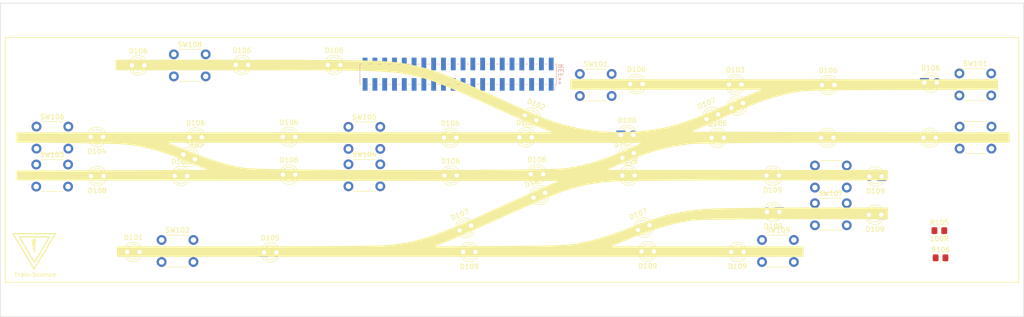
<source format=kicad_pcb>
(kicad_pcb (version 20211014) (generator pcbnew)
  (layers (0 "F.Cu" signal) (31 "B.Cu" signal) (34 "B.Paste" user) (35 "F.Paste" user) (36 "B.SilkS" user "B.Silkscreen") (37 "F.SilkS" user "F.Silkscreen") (38 "B.Mask" user) (39 "F.Mask" user) (44 "Edge.Cuts" user))
  (net 0 "")
  (net 1 "GPIO1")
  (net 2 "Net-(D101-Pad2)")
  (net 3 "GPIO2")
  (net 4 "Net-(D102-Pad2)")
  (net 5 "GPIO3")
  (net 6 "Net-(D103-Pad2)")
  (net 7 "GPIO4")
  (net 8 "Net-(D104-Pad2)")
  (net 9 "GPIO5")
  (net 10 "Net-(D105-Pad2)")
  (net 11 "GPIO6")
  (net 12 "Net-(D106-Pad2)")
  (net 13 "GPIO7")
  (net 14 "Net-(D107-Pad2)")
  (net 15 "GPIO8")
  (net 16 "Net-(D108-Pad2)")
  (net 17 "GPIO9")
  (net 18 "Net-(D109-Pad2)")
  (net 19 "+5V")
  (net 20 "GND")
  (footprint "LED_THT:LED_D3.0mm" (layer "F.Cu") (at 155.725 95.9)
    (fp_text reference "D106" (at 1.27 -2.96) (layer "F.SilkS"))
    (fp_text value "LED")
    (pad "1" thru_hole rect (at 0 0) (size 1.8 1.8) (drill 0.9) (layers *.Cu *.Mask) (net 11 "GPIO6"))
    (pad "2" thru_hole circle (at 2.54 0) (size 1.8 1.8) (drill 0.9) (layers *.Cu *.Mask) (net 12 "Net-(D106-Pad2)"))
  )
  (footprint "LED_THT:LED_D3.0mm" (layer "F.Cu") (at 135 96.4)
    (fp_text reference "D106" (at 1.27 -2.96) (layer "F.SilkS"))
    (fp_text value "LED")
    (pad "1" thru_hole rect (at 0 0) (size 1.8 1.8) (drill 0.9) (layers *.Cu *.Mask) (net 11 "GPIO6"))
    (pad "2" thru_hole circle (at 2.54 0) (size 1.8 1.8) (drill 0.9) (layers *.Cu *.Mask) (net 12 "Net-(D106-Pad2)"))
  )
  (footprint "LED_THT:LED_D3.0mm" (layer "F.Cu") (at 119.7 104.2)
    (fp_text reference "D106" (at 1.27 -2.96) (layer "F.SilkS"))
    (fp_text value "LED")
    (pad "1" thru_hole rect (at 0 0) (size 1.8 1.8) (drill 0.9) (layers *.Cu *.Mask) (net 11 "GPIO6"))
    (pad "2" thru_hole circle (at 2.54 0) (size 1.8 1.8) (drill 0.9) (layers *.Cu *.Mask) (net 12 "Net-(D106-Pad2)"))
  )
  (footprint "Button_Switch_THT:SW_PUSH_6mm_H4.3mm" (layer "F.Cu") (at 224.9 94.2)
    (fp_text reference "SW101" hide)
    (fp_text value "SW_SPST")
    (pad "1" thru_hole circle (at 6.5 0 90) (size 2 2) (drill 1.1) (layers *.Cu *.Mask) (net 20 "GND"))
    (pad "1" thru_hole circle (at 0 0 90) (size 2 2) (drill 1.1) (layers *.Cu *.Mask) (net 20 "GND"))
    (pad "2" thru_hole circle (at 0 4.5 90) (size 2 2) (drill 1.1) (layers *.Cu *.Mask) (net 1 "GPIO1"))
    (pad "2" thru_hole circle (at 6.5 4.5 90) (size 2 2) (drill 1.1) (layers *.Cu *.Mask) (net 1 "GPIO1"))
  )
  (footprint "LED_THT:LED_D3.0mm" (layer "F.Cu") (at 137.9 108.7 22.5)
    (fp_text reference "D107" (at 1.27 -2.96 22.5) (layer "F.SilkS"))
    (fp_text value "LED")
    (pad "1" thru_hole rect (at 0 0 22.5) (size 1.8 1.8) (drill 0.9) (layers *.Cu *.Mask) (net 13 "GPIO7"))
    (pad "2" thru_hole circle (at 2.54 0 22.5) (size 1.8 1.8) (drill 0.9) (layers *.Cu *.Mask) (net 14 "Net-(D107-Pad2)"))
  )
  (footprint "Button_Switch_THT:SW_PUSH_6mm_H4.3mm" (layer "F.Cu") (at 195.35 109.85)
    (fp_text reference "SW107" (at 3.25 -2) (layer "F.SilkS"))
    (fp_text value "SW_SPST")
    (pad "1" thru_hole circle (at 0 0 90) (size 2 2) (drill 1.1) (layers *.Cu *.Mask) (net 20 "GND"))
    (pad "1" thru_hole circle (at 6.5 0 90) (size 2 2) (drill 1.1) (layers *.Cu *.Mask) (net 20 "GND"))
    (pad "2" thru_hole circle (at 6.5 4.5 90) (size 2 2) (drill 1.1) (layers *.Cu *.Mask) (net 13 "GPIO7"))
    (pad "2" thru_hole circle (at 0 4.5 90) (size 2 2) (drill 1.1) (layers *.Cu *.Mask) (net 13 "GPIO7"))
  )
  (footprint "Button_Switch_THT:SW_PUSH_6mm_H4.3mm" (layer "F.Cu") (at 100.1 101.9)
    (fp_text reference "SW104" (at 3.25 -2) (layer "F.SilkS"))
    (fp_text value "SW_SPST")
    (pad "1" thru_hole circle (at 6.5 0 90) (size 2 2) (drill 1.1) (layers *.Cu *.Mask) (net 20 "GND"))
    (pad "1" thru_hole circle (at 0 0 90) (size 2 2) (drill 1.1) (layers *.Cu *.Mask) (net 20 "GND"))
    (pad "2" thru_hole circle (at 6.5 4.5 90) (size 2 2) (drill 1.1) (layers *.Cu *.Mask) (net 7 "GPIO4"))
    (pad "2" thru_hole circle (at 0 4.5 90) (size 2 2) (drill 1.1) (layers *.Cu *.Mask) (net 7 "GPIO4"))
  )
  (footprint "LED_THT:LED_D3.0mm" (layer "F.Cu") (at 196.8 85.7)
    (fp_text reference "D106" (at 1.27 -2.96) (layer "F.SilkS"))
    (fp_text value "LED")
    (pad "1" thru_hole rect (at 0 0) (size 1.8 1.8) (drill 0.9) (layers *.Cu *.Mask) (net 11 "GPIO6"))
    (pad "2" thru_hole circle (at 2.54 0) (size 1.8 1.8) (drill 0.9) (layers *.Cu *.Mask) (net 12 "Net-(D106-Pad2)"))
  )
  (footprint "Resistor_SMD:R_0805_2012Metric_Pad1.20x1.40mm_HandSolder" (layer "F.Cu") (at 220.755 115.45)
    (fp_text reference "R105" (at 0 -1.65) (layer "F.SilkS"))
    (fp_text value "100R" (at 0 1.65) (layer "F.SilkS"))
    (pad "1" smd roundrect (at -1 0) (size 1.2 1.4) (layers "F.Cu" "F.Paste" "F.Mask") (roundrect_rratio 0.208333) (net 19 "+5V"))
    (pad "2" smd roundrect (at 1 0) (size 1.2 1.4) (layers "F.Cu" "F.Paste" "F.Mask") (roundrect_rratio 0.208333) (net 10 "Net-(D105-Pad2)"))
  )
  (footprint "LED_THT:LED_D3.0mm" (layer "F.Cu") (at 119.6 96.5)
    (fp_text reference "D106" (at 1.27 -2.96) (layer "F.SilkS"))
    (fp_text value "LED")
    (pad "1" thru_hole rect (at 0 0) (size 1.8 1.8) (drill 0.9) (layers *.Cu *.Mask) (net 11 "GPIO6"))
    (pad "2" thru_hole circle (at 2.54 0) (size 1.8 1.8) (drill 0.9) (layers *.Cu *.Mask) (net 12 "Net-(D106-Pad2)"))
  )
  (footprint "LED_THT:LED_D3.0mm" (layer "F.Cu") (at 157.625 85.5)
    (fp_text reference "D106" (at 1.27 -2.96) (layer "F.SilkS"))
    (fp_text value "LED")
    (pad "1" thru_hole rect (at 0 0) (size 1.8 1.8) (drill 0.9) (layers *.Cu *.Mask) (net 11 "GPIO6"))
    (pad "2" thru_hole circle (at 2.54 0) (size 1.8 1.8) (drill 0.9) (layers *.Cu *.Mask) (net 12 "Net-(D106-Pad2)"))
  )
  (footprint "LED_THT:LED_D3.0mm" (layer "F.Cu") (at 64.625 104.3)
    (fp_text reference "D106" (at 1.27 -2.96) (layer "F.SilkS"))
    (fp_text value "LED")
    (pad "1" thru_hole rect (at 0 0) (size 1.8 1.8) (drill 0.9) (layers *.Cu *.Mask) (net 11 "GPIO6"))
    (pad "2" thru_hole circle (at 2.54 0) (size 1.8 1.8) (drill 0.9) (layers *.Cu *.Mask) (net 12 "Net-(D106-Pad2)"))
  )
  (footprint "LED_THT:LED_D3.0mm" (layer "F.Cu") (at 217.5 96.5)
    (fp_text reference "D106" hide)
    (fp_text value "LED")
    (pad "1" thru_hole rect (at 0 0) (size 1.8 1.8) (drill 0.9) (layers *.Cu *.Mask) (net 11 "GPIO6"))
    (pad "2" thru_hole circle (at 2.54 0) (size 1.8 1.8) (drill 0.9) (layers *.Cu *.Mask) (net 12 "Net-(D106-Pad2)"))
  )
  (footprint "LED_THT:LED_D3.0mm" (layer "F.Cu") (at 95.9 81.6)
    (fp_text reference "D106" (at 1.27 -2.96) (layer "F.SilkS"))
    (fp_text value "LED")
    (pad "1" thru_hole rect (at 0 0) (size 1.8 1.8) (drill 0.9) (layers *.Cu *.Mask) (net 11 "GPIO6"))
    (pad "2" thru_hole circle (at 2.54 0) (size 1.8 1.8) (drill 0.9) (layers *.Cu *.Mask) (net 12 "Net-(D106-Pad2)"))
  )
  (footprint "LED_THT:LED_D3.0mm" (layer "F.Cu") (at 66.4 99.9 -22.5)
    (fp_text reference "D107" (at 1.27 -2.96 157.5) (layer "F.SilkS"))
    (fp_text value "LED")
    (pad "1" thru_hole rect (at 0 0 337.5) (size 1.8 1.8) (drill 0.9) (layers *.Cu *.Mask) (net 13 "GPIO7"))
    (pad "2" thru_hole circle (at 2.54 0 337.5) (size 1.8 1.8) (drill 0.9) (layers *.Cu *.Mask) (net 14 "Net-(D107-Pad2)"))
  )
  (footprint "Button_Switch_THT:SW_PUSH_6mm_H4.3mm" (layer "F.Cu") (at 147.35 83.45)
    (fp_text reference "SW101" (at 3.25 -2) (layer "F.SilkS"))
    (fp_text value "SW_SPST")
    (pad "1" thru_hole circle (at 0 0 90) (size 2 2) (drill 1.1) (layers *.Cu *.Mask) (net 20 "GND"))
    (pad "1" thru_hole circle (at 6.5 0 90) (size 2 2) (drill 1.1) (layers *.Cu *.Mask) (net 20 "GND"))
    (pad "2" thru_hole circle (at 0 4.5 90) (size 2 2) (drill 1.1) (layers *.Cu *.Mask) (net 1 "GPIO1"))
    (pad "2" thru_hole circle (at 6.5 4.5 90) (size 2 2) (drill 1.1) (layers *.Cu *.Mask) (net 1 "GPIO1"))
  )
  (footprint "LED_THT:LED_D3.0mm" (layer "F.Cu") (at 50 96.3 180)
    (fp_text reference "D104" (at 1.27 -2.96) (layer "F.SilkS"))
    (fp_text value "LED")
    (pad "1" thru_hole rect (at 0 0 180) (size 1.8 1.8) (drill 0.9) (layers *.Cu *.Mask) (net 7 "GPIO4"))
    (pad "2" thru_hole circle (at 2.54 0 180) (size 1.8 1.8) (drill 0.9) (layers *.Cu *.Mask) (net 8 "Net-(D104-Pad2)"))
  )
  (footprint "Button_Switch_THT:SW_PUSH_6mm_H4.3mm" (layer "F.Cu") (at 184.55 117.35)
    (fp_text reference "SW109" (at 3.25 -2) (layer "F.SilkS"))
    (fp_text value "SW_SPST")
    (pad "1" thru_hole circle (at 6.5 0 90) (size 2 2) (drill 1.1) (layers *.Cu *.Mask) (net 20 "GND"))
    (pad "1" thru_hole circle (at 0 0 90) (size 2 2) (drill 1.1) (layers *.Cu *.Mask) (net 20 "GND"))
    (pad "2" thru_hole circle (at 6.5 4.5 90) (size 2 2) (drill 1.1) (layers *.Cu *.Mask) (net 17 "GPIO9"))
    (pad "2" thru_hole circle (at 0 4.5 90) (size 2 2) (drill 1.1) (layers *.Cu *.Mask) (net 17 "GPIO9"))
  )
  (footprint "LED_THT:LED_D3.0mm" (layer "F.Cu") (at 156.025 104.2)
    (fp_text reference "D106" (at 1.27 -2.96) (layer "F.SilkS"))
    (fp_text value "LED")
    (pad "1" thru_hole rect (at 0 0) (size 1.8 1.8) (drill 0.9) (layers *.Cu *.Mask) (net 11 "GPIO6"))
    (pad "2" thru_hole circle (at 2.54 0) (size 1.8 1.8) (drill 0.9) (layers *.Cu *.Mask) (net 12 "Net-(D106-Pad2)"))
  )
  (footprint "LED_THT:LED_D3.0mm" (layer "F.Cu") (at 188 104.2 180)
    (fp_text reference "D109" (at 1.27 -2.96) (layer "F.SilkS"))
    (fp_text value "LED")
    (pad "1" thru_hole rect (at 0 0 180) (size 1.8 1.8) (drill 0.9) (layers *.Cu *.Mask) (net 17 "GPIO9"))
    (pad "2" thru_hole circle (at 2.54 0 180) (size 1.8 1.8) (drill 0.9) (layers *.Cu *.Mask) (net 18 "Net-(D109-Pad2)"))
  )
  (footprint "LED_THT:LED_D3.0mm" (layer "F.Cu") (at 208.9 112.2 180)
    (fp_text reference "D109" (at 1.27 -2.96) (layer "F.SilkS"))
    (fp_text value "LED")
    (pad "1" thru_hole rect (at 0 0 180) (size 1.8 1.8) (drill 0.9) (layers *.Cu *.Mask) (net 17 "GPIO9"))
    (pad "2" thru_hole circle (at 2.54 0 180) (size 1.8 1.8) (drill 0.9) (layers *.Cu *.Mask) (net 18 "Net-(D109-Pad2)"))
  )
  (footprint "LED_THT:LED_D3.0mm" (layer "F.Cu") (at 122.8 115.4 22.5)
    (fp_text reference "D107" (at 1.27 -2.96 22.5) (layer "F.SilkS"))
    (fp_text value "LED")
    (pad "1" thru_hole rect (at 0 0 22.5) (size 1.8 1.8) (drill 0.9) (layers *.Cu *.Mask) (net 13 "GPIO7"))
    (pad "2" thru_hole circle (at 2.54 0 22.5) (size 1.8 1.8) (drill 0.9) (layers *.Cu *.Mask) (net 14 "Net-(D107-Pad2)"))
  )
  (footprint "LED_THT:LED_D3.0mm" (layer "F.Cu") (at 209 104.4 180)
    (fp_text reference "D109" (at 1.27 -2.96) (layer "F.SilkS"))
    (fp_text value "LED")
    (pad "1" thru_hole rect (at 0 0 180) (size 1.8 1.8) (drill 0.9) (layers *.Cu *.Mask) (net 17 "GPIO9"))
    (pad "2" thru_hole circle (at 2.54 0 180) (size 1.8 1.8) (drill 0.9) (layers *.Cu *.Mask) (net 18 "Net-(D109-Pad2)"))
  )
  (footprint "LED_THT:LED_D3.0mm" (layer "F.Cu") (at 174.225 96.5)
    (fp_text reference "D106" (at 1.27 -2.96) (layer "F.SilkS"))
    (fp_text value "LED")
    (pad "1" thru_hole rect (at 0 0) (size 1.8 1.8) (drill 0.9) (layers *.Cu *.Mask) (net 11 "GPIO6"))
    (pad "2" thru_hole circle (at 2.54 0) (size 1.8 1.8) (drill 0.9) (layers *.Cu *.Mask) (net 12 "Net-(D106-Pad2)"))
  )
  (footprint "Button_Switch_THT:SW_PUSH_6mm_H4.3mm" (layer "F.Cu") (at 64.45 79.45)
    (fp_text reference "SW108" (at 3.25 -2) (layer "F.SilkS"))
    (fp_text value "SW_SPST")
    (pad "1" thru_hole circle (at 0 0 90) (size 2 2) (drill 1.1) (layers *.Cu *.Mask) (net 20 "GND"))
    (pad "1" thru_hole circle (at 6.5 0 90) (size 2 2) (drill 1.1) (layers *.Cu *.Mask) (net 20 "GND"))
    (pad "2" thru_hole circle (at 0 4.5 90) (size 2 2) (drill 1.1) (layers *.Cu *.Mask) (net 15 "GPIO8"))
    (pad "2" thru_hole circle (at 6.5 4.5 90) (size 2 2) (drill 1.1) (layers *.Cu *.Mask) (net 15 "GPIO8"))
  )
  (footprint "Button_Switch_THT:SW_PUSH_6mm_H4.3mm" (layer "F.Cu") (at 195.35 102.15)
    (fp_text reference "SW101" hide)
    (fp_text value "SW_SPST")
    (pad "1" thru_hole circle (at 6.5 0 90) (size 2 2) (drill 1.1) (layers *.Cu *.Mask) (net 20 "GND"))
    (pad "1" thru_hole circle (at 0 0 90) (size 2 2) (drill 1.1) (layers *.Cu *.Mask) (net 20 "GND"))
    (pad "2" thru_hole circle (at 6.5 4.5 90) (size 2 2) (drill 1.1) (layers *.Cu *.Mask) (net 1 "GPIO1"))
    (pad "2" thru_hole circle (at 0 4.5 90) (size 2 2) (drill 1.1) (layers *.Cu *.Mask) (net 1 "GPIO1"))
  )
  (footprint "LED_THT:LED_D3.0mm" (layer "F.Cu") (at 82.86 119.9)
    (fp_text reference "D105" (at 1.27 -2.96) (layer "F.SilkS"))
    (fp_text value "LED")
    (pad "1" thru_hole rect (at 0 0) (size 1.8 1.8) (drill 0.9) (layers *.Cu *.Mask) (net 9 "GPIO5"))
    (pad "2" thru_hole circle (at 2.54 0) (size 1.8 1.8) (drill 0.9) (layers *.Cu *.Mask) (net 10 "Net-(D105-Pad2)"))
  )
  (footprint "LED_THT:LED_D3.0mm" (layer "F.Cu") (at 178.322054 90.387922 22.5)
    (fp_text reference "D107" (at 1.385819 0.574025 22.5) (layer "F.SilkS"))
    (fp_text value "LED")
    (pad "1" thru_hole rect (at 0 0 22.5) (size 1.8 1.8) (drill 0.9) (layers *.Cu *.Mask) (net 13 "GPIO7"))
    (pad "2" thru_hole circle (at 2.54 0 22.5) (size 1.8 1.8) (drill 0.9) (layers *.Cu *.Mask) (net 14 "Net-(D107-Pad2)"))
  )
  (footprint "LED_THT:LED_D3.0mm" (layer "F.Cu") (at 86.7 104)
    (fp_text reference "D106" (at 1.27 -2.96) (layer "F.SilkS"))
    (fp_text value "LED")
    (pad "1" thru_hole rect (at 0 0) (size 1.8 1.8) (drill 0.9) (layers *.Cu *.Mask) (net 11 "GPIO6"))
    (pad "2" thru_hole circle (at 2.54 0) (size 1.8 1.8) (drill 0.9) (layers *.Cu *.Mask) (net 12 "Net-(D106-Pad2)"))
  )
  (footprint "Button_Switch_THT:SW_PUSH_6mm_H4.3mm" (layer "F.Cu") (at 224.85 83.35)
    (fp_text reference "SW101" (at 3.25 -2) (layer "F.SilkS"))
    (fp_text value "SW_SPST")
    (pad "1" thru_hole circle (at 6.5 0 90) (size 2 2) (drill 1.1) (layers *.Cu *.Mask) (net 20 "GND"))
    (pad "1" thru_hole circle (at 0 0 90) (size 2 2) (drill 1.1) (layers *.Cu *.Mask) (net 20 "GND"))
    (pad "2" thru_hole circle (at 0 4.5 90) (size 2 2) (drill 1.1) (layers *.Cu *.Mask) (net 1 "GPIO1"))
    (pad "2" thru_hole circle (at 6.5 4.5 90) (size 2 2) (drill 1.1) (layers *.Cu *.Mask) (net 1 "GPIO1"))
  )
  (footprint "LED_THT:LED_D3.0mm" (layer "F.Cu") (at 177.825 85.6)
    (fp_text reference "D103" (at 1.27 -2.96) (layer "F.SilkS"))
    (fp_text value "LED")
    (pad "1" thru_hole rect (at 0 0) (size 1.8 1.8) (drill 0.9) (layers *.Cu *.Mask) (net 5 "GPIO3"))
    (pad "2" thru_hole circle (at 2.54 0) (size 1.8 1.8) (drill 0.9) (layers *.Cu *.Mask) (net 6 "Net-(D103-Pad2)"))
  )
  (footprint "LED_THT:LED_D3.0mm" (layer "F.Cu") (at 196.6 96.5)
    (fp_text reference "D106" hide)
    (fp_text value "LED")
    (pad "1" thru_hole rect (at 0 0) (size 1.8 1.8) (drill 0.9) (layers *.Cu *.Mask) (net 11 "GPIO6"))
    (pad "2" thru_hole circle (at 2.54 0) (size 1.8 1.8) (drill 0.9) (layers *.Cu *.Mask) (net 12 "Net-(D106-Pad2)"))
  )
  (footprint "LED_THT:LED_D3.0mm" (layer "F.Cu") (at 217.7 85.2)
    (fp_text reference "D106" (at 1.27 -2.96) (layer "F.SilkS"))
    (fp_text value "LED")
    (pad "1" thru_hole rect (at 0 0) (size 1.8 1.8) (drill 0.9) (layers *.Cu *.Mask) (net 11 "GPIO6"))
    (pad "2" thru_hole circle (at 2.54 0) (size 1.8 1.8) (drill 0.9) (layers *.Cu *.Mask) (net 12 "Net-(D106-Pad2)"))
  )
  (footprint "Button_Switch_THT:SW_PUSH_6mm_H4.3mm" (layer "F.Cu") (at 36.35 101.95)
    (fp_text reference "SW103" (at 3.25 -2) (layer "F.SilkS"))
    (fp_text value "SW_SPST")
    (pad "1" thru_hole circle (at 0 0 90) (size 2 2) (drill 1.1) (layers *.Cu *.Mask) (net 20 "GND"))
    (pad "1" thru_hole circle (at 6.5 0 90) (size 2 2) (drill 1.1) (layers *.Cu *.Mask) (net 20 "GND"))
    (pad "2" thru_hole circle (at 6.5 4.5 90) (size 2 2) (drill 1.1) (layers *.Cu *.Mask) (net 5 "GPIO3"))
    (pad "2" thru_hole circle (at 0 4.5 90) (size 2 2) (drill 1.1) (layers *.Cu *.Mask) (net 5 "GPIO3"))
  )
  (footprint "LED_THT:LED_D3.0mm" (layer "F.Cu") (at 162.475 119.7 180)
    (fp_text reference "D109" (at 1.27 -2.96) (layer "F.SilkS"))
    (fp_text value "LED")
    (pad "1" thru_hole rect (at 0 0 180) (size 1.8 1.8) (drill 0.9) (layers *.Cu *.Mask) (net 17 "GPIO9"))
    (pad "2" thru_hole circle (at 2.54 0 180) (size 1.8 1.8) (drill 0.9) (layers *.Cu *.Mask) (net 18 "Net-(D109-Pad2)"))
  )
  (footprint "LED_THT:LED_D3.0mm" (layer "F.Cu") (at 77.1 81.6)
    (fp_text reference "D106" (at 1.27 -2.96) (layer "F.SilkS"))
    (fp_text value "LED")
    (pad "1" thru_hole rect (at 0 0) (size 1.8 1.8) (drill 0.9) (layers *.Cu *.Mask) (net 11 "GPIO6"))
    (pad "2" thru_hole circle (at 2.54 0) (size 1.8 1.8) (drill 0.9) (layers *.Cu *.Mask) (net 12 "Net-(D106-Pad2)"))
  )
  (footprint "LED_THT:LED_D3.0mm" (layer "F.Cu") (at 136.122054 91.912079 -22.5)
    (fp_text reference "D102" (at 1.27 -2.96 157.5) (layer "F.SilkS"))
    (fp_text value "LED")
    (pad "1" thru_hole rect (at 0 0 337.5) (size 1.8 1.8) (drill 0.9) (layers *.Cu *.Mask) (net 3 "GPIO2"))
    (pad "2" thru_hole circle (at 2.54 0 337.5) (size 1.8 1.8) (drill 0.9) (layers *.Cu *.Mask) (net 4 "Net-(D102-Pad2)"))
  )
  (footprint "Resistor_SMD:R_0805_2012Metric_Pad1.20x1.40mm_HandSolder" (layer "F.Cu") (at 221 121)
    (fp_text reference "R106" (at 0 -1.65) (layer "F.SilkS"))
    (fp_text value "R")
    (pad "1" smd roundrect (at -1 0) (size 1.2 1.4) (layers "F.Cu" "F.Paste" "F.Mask") (roundrect_rratio 0.208333) (net 19 "+5V"))
    (pad "2" smd roundrect (at 1 0) (size 1.2 1.4) (layers "F.Cu" "F.Paste" "F.Mask") (roundrect_rratio 0.208333) (net 12 "Net-(D106-Pad2)"))
  )
  (footprint "LED_THT:LED_D3.0mm" (layer "F.Cu") (at 180.8 119.8 180)
    (fp_text reference "D109" (at 1.27 -2.96) (layer "F.SilkS"))
    (fp_text value "LED")
    (pad "1" thru_hole rect (at 0 0 180) (size 1.8 1.8) (drill 0.9) (layers *.Cu *.Mask) (net 17 "GPIO9"))
    (pad "2" thru_hole circle (at 2.54 0 180) (size 1.8 1.8) (drill 0.9) (layers *.Cu *.Mask) (net 18 "Net-(D109-Pad2)"))
  )
  (footprint "LED_THT:LED_D3.0mm" (layer "F.Cu") (at 55.9 81.7)
    (fp_text reference "D106" (at 1.27 -2.96) (layer "F.SilkS"))
    (fp_text value "LED")
    (pad "1" thru_hole rect (at 0 0) (size 1.8 1.8) (drill 0.9) (layers *.Cu *.Mask) (net 11 "GPIO6"))
    (pad "2" thru_hole circle (at 2.54 0) (size 1.8 1.8) (drill 0.9) (layers *.Cu *.Mask) (net 12 "Net-(D106-Pad2)"))
  )
  (footprint "Button_Switch_THT:SW_PUSH_6mm_H4.3mm" (layer "F.Cu") (at 61.95 117.35)
    (fp_text reference "SW102" (at 3.25 -2) (layer "F.SilkS"))
    (fp_text value "SW_SPST")
    (pad "1" thru_hole circle (at 6.5 0 90) (size 2 2) (drill 1.1) (layers *.Cu *.Mask) (net 20 "GND"))
    (pad "1" thru_hole circle (at 0 0 90) (size 2 2) (drill 1.1) (layers *.Cu *.Mask) (net 20 "GND"))
    (pad "2" thru_hole circle (at 6.5 4.5 90) (size 2 2) (drill 1.1) (layers *.Cu *.Mask) (net 3 "GPIO2"))
    (pad "2" thru_hole circle (at 0 4.5 90) (size 2 2) (drill 1.1) (layers *.Cu *.Mask) (net 3 "GPIO2"))
  )
  (footprint "LED_THT:LED_D3.0mm" (layer "F.Cu") (at 159.222054 115.287922 22.5)
    (fp_text reference "D107" (at 1.27 -2.96 22.5) (layer "F.SilkS"))
    (fp_text value "LED")
    (pad "1" thru_hole rect (at 0 0 22.5) (size 1.8 1.8) (drill 0.9) (layers *.Cu *.Mask) (net 13 "GPIO7"))
    (pad "2" thru_hole circle (at 2.54 0 22.5) (size 1.8 1.8) (drill 0.9) (layers *.Cu *.Mask) (net 14 "Net-(D107-Pad2)"))
  )
  (footprint "LED_THT:LED_D3.0mm" (layer "F.Cu") (at 188.1 111.6 180)
    (fp_text reference "D109" (at 1.27 -2.96) (layer "F.SilkS"))
    (fp_text value "LED")
    (pad "1" thru_hole rect (at 0 0 180) (size 1.8 1.8) (drill 0.9) (layers *.Cu *.Mask) (net 17 "GPIO9"))
    (pad "2" thru_hole circle (at 2.54 0 180) (size 1.8 1.8) (drill 0.9) (layers *.Cu *.Mask) (net 18 "Net-(D109-Pad2)"))
  )
  (footprint "LED_THT:LED_D3.0mm" (layer "F.Cu") (at 126.052946 119.812078 180)
    (fp_text reference "D109" (at 1.27 -2.96) (layer "F.SilkS"))
    (fp_text value "LED")
    (pad "1" thru_hole rect (at 0 0 180) (size 1.8 1.8) (drill 0.9) (layers *.Cu *.Mask) (net 17 "GPIO9"))
    (pad "2" thru_hole circle (at 2.54 0 180) (size 1.8 1.8) (drill 0.9) (layers *.Cu *.Mask) (net 18 "Net-(D109-Pad2)"))
  )
  (footprint "LED_THT:LED_D3.0mm" (layer "F.Cu") (at 173.222054 92.687922 22.5)
    (fp_text reference "D107" (at 1.27 -2.96 22.5) (layer "F.SilkS"))
    (fp_text value "LED")
    (pad "1" thru_hole rect (at 0 0 22.5) (size 1.8 1.8) (drill 0.9) (layers *.Cu *.Mask) (net 13 "GPIO7"))
    (pad "2" thru_hole circle (at 2.54 0 22.5) (size 1.8 1.8) (drill 0.9) (layers *.Cu *.Mask) (net 14 "Net-(D107-Pad2)"))
  )
  (footprint "LED_THT:LED_D3.0mm" (layer "F.Cu") (at 54.925 119.8)
    (fp_text reference "D101" (at 1.27 -2.96) (layer "F.SilkS"))
    (fp_text value "LED")
    (pad "1" thru_hole rect (at 0 0) (size 1.8 1.8) (drill 0.9) (layers *.Cu *.Mask) (net 1 "GPIO1"))
    (pad "2" thru_hole circle (at 2.54 0) (size 1.8 1.8) (drill 0.9) (layers *.Cu *.Mask) (net 2 "Net-(D101-Pad2)"))
  )
  (footprint "kicad_images:Train-Science logo small" (layer "F.Cu") (at 36 120.5)
    (fp_text reference "G***" hide)
    (fp_text value "LOGO" hide)
  )
  (footprint "LED_THT:LED_D3.0mm" (layer "F.Cu") (at 156.022054 100.587922 22.5)
    (fp_text reference "D107" (at 1.27 -2.96 22.5) (layer "F.SilkS"))
    (fp_text value "LED")
    (pad "1" thru_hole rect (at 0 0 22.5) (size 1.8 1.8) (drill 0.9) (layers *.Cu *.Mask) (net 13 "GPIO7"))
    (pad "2" thru_hole circle (at 2.54 0 22.5) (size 1.8 1.8) (drill 0.9) (layers *.Cu *.Mask) (net 14 "Net-(D107-Pad2)"))
  )
  (footprint "LED_THT:LED_D3.0mm" (layer "F.Cu") (at 50.075 104.3 180)
    (fp_text reference "D108" (at 1.27 -2.96) (layer "F.SilkS"))
    (fp_text value "LED")
    (pad "1" thru_hole rect (at 0 0 180) (size 1.8 1.8) (drill 0.9) (layers *.Cu *.Mask) (net 15 "GPIO8"))
    (pad "2" thru_hole circle (at 2.54 0 180) (size 1.8 1.8) (drill 0.9) (layers *.Cu *.Mask) (net 16 "Net-(D108-Pad2)"))
  )
  (footprint "LED_THT:LED_D3.0mm" (layer "F.Cu") (at 67.625 96.4)
    (fp_text reference "D106" (at 1.27 -2.96) (layer "F.SilkS"))
    (fp_text value "LED")
    (pad "1" thru_hole rect (at 0 0) (size 1.8 1.8) (drill 0.9) (layers *.Cu *.Mask) (net 11 "GPIO6"))
    (pad "2" thru_hole circle (at 2.54 0) (size 1.8 1.8) (drill 0.9) (layers *.Cu *.Mask) (net 12 "Net-(D106-Pad2)"))
  )
  (footprint "Button_Switch_THT:SW_PUSH_6mm_H4.3mm" (layer "F.Cu") (at 36.4 94.2)
    (fp_text reference "SW106" (at 3.25 -2) (layer "F.SilkS"))
    (fp_text value "SW_SPST")
    (pad "1" thru_hole circle (at 0 0 90) (size 2 2) (drill 1.1) (layers *.Cu *.Mask) (net 20 "GND"))
    (pad "1" thru_hole circle (at 6.5 0 90) (size 2 2) (drill 1.1) (layers *.Cu *.Mask) (net 20 "GND"))
    (pad "2" thru_hole circle (at 6.5 4.5 90) (size 2 2) (drill 1.1) (layers *.Cu *.Mask) (net 11 "GPIO6"))
    (pad "2" thru_hole circle (at 0 4.5 90) (size 2 2) (drill 1.1) (layers *.Cu *.Mask) (net 11 "GPIO6"))
  )
  (footprint "Button_Switch_THT:SW_PUSH_6mm_H4.3mm" (layer "F.Cu") (at 100.1 94.25)
    (fp_text reference "SW105" (at 3.25 -2) (layer "F.SilkS"))
    (fp_text value "SW_SPST")
    (pad "1" thru_hole circle (at 0 0 90) (size 2 2) (drill 1.1) (layers *.Cu *.Mask) (net 20 "GND"))
    (pad "1" thru_hole circle (at 6.5 0 90) (size 2 2) (drill 1.1) (layers *.Cu *.Mask) (net 20 "GND"))
    (pad "2" thru_hole circle (at 0 4.5 90) (size 2 2) (drill 1.1) (layers *.Cu *.Mask) (net 9 "GPIO5"))
    (pad "2" thru_hole circle (at 6.5 4.5 90) (size 2 2) (drill 1.1) (layers *.Cu *.Mask) (net 9 "GPIO5"))
  )
  (footprint "custom_kicad_lib_sk:Fokke1" (layer "F.Cu") (at 133 102)
    (fp_text reference "G***" hide)
    (fp_text value "LOGO" hide)
  )
  (footprint "LED_THT:LED_D3.0mm" (layer "F.Cu") (at 86.7 96.3)
    (fp_text reference "D106" (at 1.27 -2.96) (layer "F.SilkS"))
    (fp_text value "LED")
    (pad "1" thru_hole rect (at 0 0) (size 1.8 1.8) (drill 0.9) (layers *.Cu *.Mask) (net 11 "GPIO6"))
    (pad "2" thru_hole circle (at 2.54 0) (size 1.8 1.8) (drill 0.9) (layers *.Cu *.Mask) (net 12 "Net-(D106-Pad2)"))
  )
  (footprint "LED_THT:LED_D3.0mm" (layer "F.Cu") (at 137.325 103.9)
    (fp_text reference "D106" (at 1.27 -2.96) (layer "F.SilkS"))
    (fp_text value "LED")
    (pad "1" thru_hole rect (at 0 0) (size 1.8 1.8) (drill 0.9) (layers *.Cu *.Mask) (net 11 "GPIO6"))
    (pad "2" thru_hole circle (at 2.54 0) (size 1.8 1.8) (drill 0.9) (layers *.Cu *.Mask) (net 12 "Net-(D106-Pad2)"))
  )
  (footprint "Connector_PinHeader_2.00mm:PinHeader_2x20_P2.00mm_Vertical_SMD" (layer "B.Cu") (at 122.5 83.5 90)
    (fp_text reference "REF**" (at 0 21.06 90) (layer "B.SilkS") (effects (justify mirror)))
    (fp_text value "PinHeader_2x20_P2.00mm_Vertical_SMD")
    (pad "1" smd rect (at -2.085 19 90) (size 2.58 1) (layers "B.Cu" "B.Paste" "B.Mask"))
    (pad "2" smd rect (at 2.085 19 90) (size 2.58 1) (layers "B.Cu" "B.Paste" "B.Mask"))
    (pad "3" smd rect (at -2.085 17 90) (size 2.58 1) (layers "B.Cu" "B.Paste" "B.Mask"))
    (pad "4" smd rect (at 2.085 17 90) (size 2.58 1) (layers "B.Cu" "B.Paste" "B.Mask"))
    (pad "5" smd rect (at -2.085 15 90) (size 2.58 1) (layers "B.Cu" "B.Paste" "B.Mask"))
    (pad "6" smd rect (at 2.085 15 90) (size 2.58 1) (layers "B.Cu" "B.Paste" "B.Mask"))
    (pad "7" smd rect (at -2.085 13 90) (size 2.58 1) (layers "B.Cu" "B.Paste" "B.Mask"))
    (pad "8" smd rect (at 2.085 13 90) (size 2.58 1) (layers "B.Cu" "B.Paste" "B.Mask"))
    (pad "9" smd rect (at -2.085 11 90) (size 2.58 1) (layers "B.Cu" "B.Paste" "B.Mask"))
    (pad "10" smd rect (at 2.085 11 90) (size 2.58 1) (layers "B.Cu" "B.Paste" "B.Mask"))
    (pad "11" smd rect (at -2.085 9 90) (size 2.58 1) (layers "B.Cu" "B.Paste" "B.Mask"))
    (pad "12" smd rect (at 2.085 9 90) (size 2.58 1) (layers "B.Cu" "B.Paste" "B.Mask"))
    (pad "13" smd rect (at -2.085 7 90) (size 2.58 1) (layers "B.Cu" "B.Paste" "B.Mask"))
    (pad "14" smd rect (at 2.085 7 90) (size 2.58 1) (layers "B.Cu" "B.Paste" "B.Mask"))
    (pad "15" smd rect (at -2.085 5 90) (size 2.58 1) (layers "B.Cu" "B.Paste" "B.Mask"))
    (pad "16" smd rect (at 2.085 5 90) (size 2.58 1) (layers "B.Cu" "B.Paste" "B.Mask"))
    (pad "17" smd rect (at -2.085 3 90) (size 2.58 1) (layers "B.Cu" "B.Paste" "B.Mask"))
    (pad "18" smd rect (at 2.085 3 90) (size 2.58 1) (layers "B.Cu" "B.Paste" "B.Mask"))
    (pad "19" smd rect (at -2.085 1 90) (size 2.58 1) (layers "B.Cu" "B.Paste" "B.Mask"))
    (pad "20" smd rect (at 2.085 1 90) (size 2.58 1) (layers "B.Cu" "B.Paste" "B.Mask"))
    (pad "21" smd rect (at -2.085 -1 90) (size 2.58 1) (layers "B.Cu" "B.Paste" "B.Mask"))
    (pad "22" smd rect (at 2.085 -1 90) (size 2.58 1) (layers "B.Cu" "B.Paste" "B.Mask"))
    (pad "23" smd rect (at -2.085 -3 90) (size 2.58 1) (layers "B.Cu" "B.Paste" "B.Mask"))
    (pad "24" smd rect (at 2.085 -3 90) (size 2.58 1) (layers "B.Cu" "B.Paste" "B.Mask"))
    (pad "25" smd rect (at -2.085 -5 90) (size 2.58 1) (layers "B.Cu" "B.Paste" "B.Mask"))
    (pad "26" smd rect (at 2.085 -5 90) (size 2.58 1) (layers "B.Cu" "B.Paste" "B.Mask"))
    (pad "27" smd rect (at -2.085 -7 90) (size 2.58 1) (layers "B.Cu" "B.Paste" "B.Mask"))
    (pad "28" smd rect (at 2.085 -7 90) (size 2.58 1) (layers "B.Cu" "B.Paste" "B.Mask"))
    (pad "29" smd rect (at -2.085 -9 90) (size 2.58 1) (layers "B.Cu" "B.Paste" "B.Mask"))
    (pad "30" smd rect (at 2.085 -9 90) (size 2.58 1) (layers "B.Cu" "B.Paste" "B.Mask"))
    (pad "31" smd rect (at -2.085 -11 90) (size 2.58 1) (layers "B.Cu" "B.Paste" "B.Mask"))
    (pad "32" smd rect (at 2.085 -11 90) (size 2.58 1) (layers "B.Cu" "B.Paste" "B.Mask"))
    (pad "33" smd rect (at -2.085 -13 90) (size 2.58 1) (layers "B.Cu" "B.Paste" "B.Mask"))
    (pad "34" smd rect (at 2.085 -13 90) (size 2.58 1) (layers "B.Cu" "B.Paste" "B.Mask"))
    (pad "35" smd rect (at -2.085 -15 90) (size 2.58 1) (layers "B.Cu" "B.Paste" "B.Mask"))
    (pad "36" smd rect (at 2.085 -15 90) (size 2.58 1) (layers "B.Cu" "B.Paste" "B.Mask"))
    (pad "37" smd rect (at -2.085 -17 90) (size 2.58 1) (layers "B.Cu" "B.Paste" "B.Mask"))
    (pad "38" smd rect (at 2.085 -17 90) (size 2.58 1) (layers "B.Cu" "B.Paste" "B.Mask"))
    (pad "39" smd rect (at -2.085 -19 90) (size 2.58 1) (layers "B.Cu" "B.Paste" "B.Mask"))
    (pad "40" smd rect (at 2.085 -19 90) (size 2.58 1) (layers "B.Cu" "B.Paste" "B.Mask"))
  )
  (gr_rect (start 30 76) (end 237 126) (layer "F.SilkS") (width 0.15) (fill none))
  (gr_rect (start 238 69) (end 29 133) (layer "Edge.Cuts") (width 0.1) (fill none))
)
</source>
